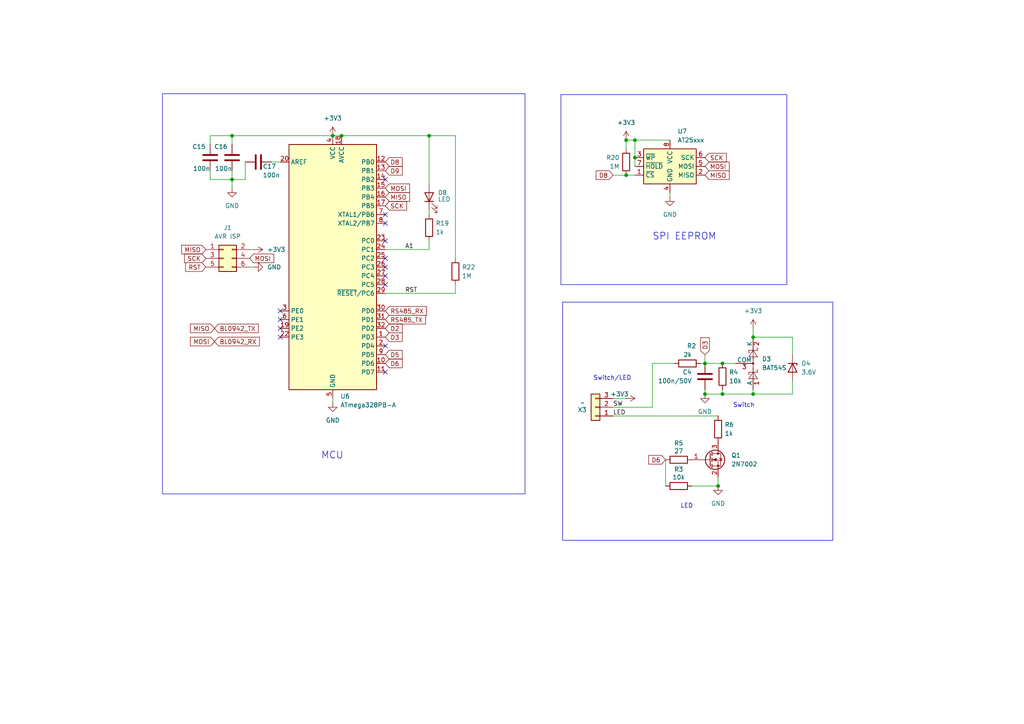
<source format=kicad_sch>
(kicad_sch (version 20231120) (generator "eeschema") (generator_version "8.0")
  (paper "A4")
  (lib_symbols
    (symbol "+3V3_1" (power) (pin_numbers hide) (pin_names (offset 0) hide)
      (property "Value" "+3V3" (at 0 3.556 0))
      (symbol "+3V3_1_0_1"
        (polyline (pts (xy -0.762 1.27) (xy 0 2.54)))
        (polyline (pts (xy 0 0) (xy 0 2.54)))
        (polyline (pts (xy 0 2.54) (xy 0.762 1.27)))
      )
      (symbol "+3V3_1_1_1"
        (pin power_in line (at 0 0 90) (length 0) (name "~") (number "1"))
      )
    )
    (symbol "Connector_Generic:Conn_01x03" (pin_names (offset 1.016) hide)
      (property "Reference" "J" (at 0 5.08 0))
      (property "Value" "Conn_01x03" (at 0 -5.08 0))
      (symbol "Conn_01x03_1_1"
        (rectangle (start -1.27 -2.413) (end 0 -2.667) (stroke (width 0.1524)))
        (rectangle (start -1.27 0.127) (end 0 -0.127) (stroke (width 0.1524)))
        (rectangle (start -1.27 2.667) (end 0 2.413) (stroke (width 0.1524)))
        (rectangle (start -1.27 3.81) (end 1.27 -3.81) (stroke (width 0.254)) (fill (type background)))
        (pin passive line (at -5.08 2.54 0) (length 3.81) (name "Pin_1") (number "1"))
        (pin passive line (at -5.08 0 0) (length 3.81) (name "Pin_2") (number "2"))
        (pin passive line (at -5.08 -2.54 0) (length 3.81) (name "Pin_3") (number "3"))
      )
    )
    (symbol "Connector_Generic:Conn_02x03_Odd_Even" (pin_names (offset 1.016) hide)
      (property "Reference" "J" (at 1.27 5.08 0))
      (property "Value" "Conn_02x03_Odd_Even" (at 1.27 -5.08 0))
      (symbol "Conn_02x03_Odd_Even_1_1"
        (rectangle (start -1.27 -2.413) (end 0 -2.667) (stroke (width 0.1524)))
        (rectangle (start -1.27 0.127) (end 0 -0.127) (stroke (width 0.1524)))
        (rectangle (start -1.27 2.667) (end 0 2.413) (stroke (width 0.1524)))
        (rectangle (start -1.27 3.81) (end 3.81 -3.81) (stroke (width 0.254)) (fill (type background)))
        (rectangle (start 3.81 -2.413) (end 2.54 -2.667) (stroke (width 0.1524)))
        (rectangle (start 3.81 0.127) (end 2.54 -0.127) (stroke (width 0.1524)))
        (rectangle (start 3.81 2.667) (end 2.54 2.413) (stroke (width 0.1524)))
        (pin passive line (at -5.08 2.54 0) (length 3.81) (name "Pin_1") (number "1"))
        (pin passive line (at 7.62 2.54 180) (length 3.81) (name "Pin_2") (number "2"))
        (pin passive line (at -5.08 0 0) (length 3.81) (name "Pin_3") (number "3"))
        (pin passive line (at 7.62 0 180) (length 3.81) (name "Pin_4") (number "4"))
        (pin passive line (at -5.08 -2.54 0) (length 3.81) (name "Pin_5") (number "5"))
        (pin passive line (at 7.62 -2.54 180) (length 3.81) (name "Pin_6") (number "6"))
      )
    )
    (symbol "Device:C" (pin_numbers hide) (pin_names (offset 0.254))
      (property "Reference" "C" (at 0.635 2.54 0))
      (property "Value" "C" (at 0.635 -2.54 0))
      (symbol "C_0_1"
        (polyline (pts (xy -2.032 -0.762) (xy 2.032 -0.762)) (stroke (width 0.508)))
        (polyline (pts (xy -2.032 0.762) (xy 2.032 0.762)) (stroke (width 0.508)))
      )
      (symbol "C_1_1"
        (pin passive line (at 0 3.81 270) (length 2.794) (name "~") (number "1"))
        (pin passive line (at 0 -3.81 90) (length 2.794) (name "~") (number "2"))
      )
    )
    (symbol "Device:D_Zener" (pin_numbers hide) (pin_names (offset 1.016) hide)
      (property "Reference" "D" (at 0 2.54 0))
      (property "Value" "D_Zener" (at 0 -2.54 0))
      (symbol "D_Zener_0_1"
        (polyline (pts (xy 1.27 0) (xy -1.27 0)))
        (polyline (pts (xy -1.27 -1.27) (xy -1.27 1.27) (xy -0.762 1.27)) (stroke (width 0.254)))
        (polyline (pts (xy 1.27 -1.27) (xy 1.27 1.27) (xy -1.27 0) (xy 1.27 -1.27)) (stroke (width 0.254)))
      )
      (symbol "D_Zener_1_1"
        (pin passive line (at -3.81 0 0) (length 2.54) (name "K") (number "1"))
        (pin passive line (at 3.81 0 180) (length 2.54) (name "A") (number "2"))
      )
    )
    (symbol "Device:LED" (pin_numbers hide) (pin_names (offset 1.016) hide)
      (property "Reference" "D" (at 0 2.54 0))
      (property "Value" "LED" (at 0 -2.54 0))
      (symbol "LED_0_1"
        (polyline (pts (xy -1.27 -1.27) (xy -1.27 1.27)) (stroke (width 0.254)))
        (polyline (pts (xy -1.27 0) (xy 1.27 0)))
        (polyline (pts (xy 1.27 -1.27) (xy 1.27 1.27) (xy -1.27 0) (xy 1.27 -1.27)) (stroke (width 0.254)))
        (polyline (pts (xy -3.048 -0.762) (xy -4.572 -2.286) (xy -3.81 -2.286) (xy -4.572 -2.286) (xy -4.572 -1.524)))
        (polyline (pts (xy -1.778 -0.762) (xy -3.302 -2.286) (xy -2.54 -2.286) (xy -3.302 -2.286) (xy -3.302 -1.524)))
      )
      (symbol "LED_1_1"
        (pin passive line (at -3.81 0 0) (length 2.54) (name "K") (number "1"))
        (pin passive line (at 3.81 0 180) (length 2.54) (name "A") (number "2"))
      )
    )
    (symbol "Device:R" (pin_numbers hide) (pin_names (offset 0))
      (property "Reference" "R" (at 2.032 0 90))
      (property "Value" "R" (at 0 0 90))
      (symbol "R_0_1"
        (rectangle (start -1.016 -2.54) (end 1.016 2.54) (stroke (width 0.254)))
      )
      (symbol "R_1_1"
        (pin passive line (at 0 3.81 270) (length 1.27) (name "~") (number "1"))
        (pin passive line (at 0 -3.81 90) (length 1.27) (name "~") (number "2"))
      )
    )
    (symbol "Diode:BAT54S" (pin_names (offset 0))
      (property "Reference" "D" (at 2.54 -5.08 0))
      (property "Value" "BAT54S" (at -6.35 3.175 0))
      (symbol "BAT54S_0_1"
        (polyline (pts (xy -3.81 0) (xy -1.27 0)))
        (polyline (pts (xy -3.175 -1.27) (xy -3.175 -1.016)))
        (polyline (pts (xy -2.54 -1.27) (xy -3.175 -1.27)))
        (polyline (pts (xy -2.54 -1.27) (xy -2.54 1.27)))
        (polyline (pts (xy -2.54 1.27) (xy -1.905 1.27)))
        (polyline (pts (xy -1.905 0) (xy 1.905 0)))
        (polyline (pts (xy -1.905 1.27) (xy -1.905 1.016)))
        (polyline (pts (xy 1.27 0) (xy 3.81 0)))
        (polyline (pts (xy 3.175 -1.27) (xy 3.175 -1.016)))
        (polyline (pts (xy 3.81 -1.27) (xy 3.175 -1.27)))
        (polyline (pts (xy 3.81 -1.27) (xy 3.81 1.27)))
        (polyline (pts (xy 3.81 1.27) (xy 4.445 1.27)))
        (polyline (pts (xy 4.445 1.27) (xy 4.445 1.016)))
        (polyline (pts (xy -4.445 1.27) (xy -4.445 -1.27) (xy -2.54 0) (xy -4.445 1.27)))
        (polyline (pts (xy 1.905 1.27) (xy 1.905 -1.27) (xy 3.81 0) (xy 1.905 1.27)))
        (circle (center 0 0) (radius 0.254) (fill (type outline)))
      )
      (symbol "BAT54S_1_1"
        (pin passive line (at -7.62 0 0) (length 3.81) (name "A") (number "1"))
        (pin passive line (at 7.62 0 180) (length 3.81) (name "K") (number "2"))
        (pin passive line (at 0 -5.08 90) (length 5.08) (name "COM") (number "3"))
      )
    )
    (symbol "GND_1" (power) (pin_numbers hide) (pin_names (offset 0) hide)
      (property "Value" "GND" (at 0 -3.81 0))
      (symbol "GND_1_0_1"
        (polyline (pts (xy 0 0) (xy 0 -1.27) (xy 1.27 -1.27) (xy 0 -2.54) (xy -1.27 -1.27) (xy 0 -1.27)))
      )
      (symbol "GND_1_1_1"
        (pin power_in line (at 0 0 270) (length 0) (name "~") (number "1"))
      )
    )
    (symbol "MCU_Microchip_ATmega:ATmega328PB-A"
      (property "Reference" "U" (at -12.7 36.83 0))
      (property "Value" "ATmega328PB-A" (at 2.54 -36.83 0))
      (symbol "ATmega328PB-A_0_1"
        (rectangle (start -12.7 -35.56) (end 12.7 35.56) (stroke (width 0.254)) (fill (type background)))
      )
      (symbol "ATmega328PB-A_1_1"
        (pin bidirectional line (at 15.24 -20.32 180) (length 2.54) (name "PD3") (number "1"))
        (pin bidirectional line (at 15.24 -27.94 180) (length 2.54) (name "PD6") (number "10"))
        (pin bidirectional line (at 15.24 -30.48 180) (length 2.54) (name "PD7") (number "11"))
        (pin bidirectional line (at 15.24 30.48 180) (length 2.54) (name "PB0") (number "12"))
        (pin bidirectional line (at 15.24 27.94 180) (length 2.54) (name "PB1") (number "13"))
        (pin bidirectional line (at 15.24 25.4 180) (length 2.54) (name "PB2") (number "14"))
        (pin bidirectional line (at 15.24 22.86 180) (length 2.54) (name "PB3") (number "15"))
        (pin bidirectional line (at 15.24 20.32 180) (length 2.54) (name "PB4") (number "16"))
        (pin bidirectional line (at 15.24 17.78 180) (length 2.54) (name "PB5") (number "17"))
        (pin power_in line (at 2.54 38.1 270) (length 2.54) (name "AVCC") (number "18"))
        (pin bidirectional line (at -15.24 -17.78 0) (length 2.54) (name "PE2") (number "19"))
        (pin bidirectional line (at 15.24 -22.86 180) (length 2.54) (name "PD4") (number "2"))
        (pin passive line (at -15.24 30.48 0) (length 2.54) (name "AREF") (number "20"))
        (pin passive line (at 0 -38.1 90) (length 2.54) hide (name "GND") (number "21"))
        (pin bidirectional line (at -15.24 -20.32 0) (length 2.54) (name "PE3") (number "22"))
        (pin bidirectional line (at 15.24 7.62 180) (length 2.54) (name "PC0") (number "23"))
        (pin bidirectional line (at 15.24 5.08 180) (length 2.54) (name "PC1") (number "24"))
        (pin bidirectional line (at 15.24 2.54 180) (length 2.54) (name "PC2") (number "25"))
        (pin bidirectional line (at 15.24 0 180) (length 2.54) (name "PC3") (number "26"))
        (pin bidirectional line (at 15.24 -2.54 180) (length 2.54) (name "PC4") (number "27"))
        (pin bidirectional line (at 15.24 -5.08 180) (length 2.54) (name "PC5") (number "28"))
        (pin bidirectional line (at 15.24 -7.62 180) (length 2.54) (name "~{RESET}/PC6") (number "29"))
        (pin bidirectional line (at -15.24 -12.7 0) (length 2.54) (name "PE0") (number "3"))
        (pin bidirectional line (at 15.24 -12.7 180) (length 2.54) (name "PD0") (number "30"))
        (pin bidirectional line (at 15.24 -15.24 180) (length 2.54) (name "PD1") (number "31"))
        (pin bidirectional line (at 15.24 -17.78 180) (length 2.54) (name "PD2") (number "32"))
        (pin power_in line (at 0 38.1 270) (length 2.54) (name "VCC") (number "4"))
        (pin power_in line (at 0 -38.1 90) (length 2.54) (name "GND") (number "5"))
        (pin bidirectional line (at -15.24 -15.24 0) (length 2.54) (name "PE1") (number "6"))
        (pin bidirectional line (at 15.24 15.24 180) (length 2.54) (name "XTAL1/PB6") (number "7"))
        (pin bidirectional line (at 15.24 12.7 180) (length 2.54) (name "XTAL2/PB7") (number "8"))
        (pin bidirectional line (at 15.24 -25.4 180) (length 2.54) (name "PD5") (number "9"))
      )
    )
    (symbol "Memory_EEPROM:AT25xxx"
      (property "Reference" "U" (at -7.62 6.35 0))
      (property "Value" "AT25xxx" (at 2.54 -6.35 0))
      (symbol "AT25xxx_1_1"
        (rectangle (start -7.62 5.08) (end 7.62 -5.08) (stroke (width 0.254)) (fill (type background)))
        (pin input line (at -10.16 -2.54 0) (length 2.54) (name "~{CS}") (number "1"))
        (pin tri_state line (at 10.16 -2.54 180) (length 2.54) (name "MISO") (number "2"))
        (pin input line (at -10.16 2.54 0) (length 2.54) (name "~{WP}") (number "3"))
        (pin power_in line (at 0 -7.62 90) (length 2.54) (name "GND") (number "4"))
        (pin input line (at 10.16 0 180) (length 2.54) (name "MOSI") (number "5"))
        (pin input line (at 10.16 2.54 180) (length 2.54) (name "SCK") (number "6"))
        (pin input line (at -10.16 0 0) (length 2.54) (name "~{HOLD}") (number "7"))
        (pin power_in line (at 0 7.62 270) (length 2.54) (name "VCC") (number "8"))
      )
    )
    (symbol "Transistor_FET:2N7002" (pin_names hide)
      (property "Reference" "Q" (at 5.08 1.905 0))
      (property "Value" "2N7002" (at 5.08 0 0))
      (symbol "2N7002_0_1"
        (polyline (pts (xy 0.254 0) (xy -2.54 0)))
        (polyline (pts (xy 0.254 1.905) (xy 0.254 -1.905)) (stroke (width 0.254)))
        (polyline (pts (xy 0.762 -1.27) (xy 0.762 -2.286)) (stroke (width 0.254)))
        (polyline (pts (xy 0.762 0.508) (xy 0.762 -0.508)) (stroke (width 0.254)))
        (polyline (pts (xy 0.762 2.286) (xy 0.762 1.27)) (stroke (width 0.254)))
        (polyline (pts (xy 2.54 2.54) (xy 2.54 1.778)))
        (polyline (pts (xy 2.54 -2.54) (xy 2.54 0) (xy 0.762 0)))
        (polyline (pts (xy 0.762 -1.778) (xy 3.302 -1.778) (xy 3.302 1.778) (xy 0.762 1.778)))
        (polyline (pts (xy 1.016 0) (xy 2.032 0.381) (xy 2.032 -0.381) (xy 1.016 0)) (fill (type outline)))
        (polyline (pts (xy 2.794 0.508) (xy 2.921 0.381) (xy 3.683 0.381) (xy 3.81 0.254)))
        (polyline (pts (xy 3.302 0.381) (xy 2.921 -0.254) (xy 3.683 -0.254) (xy 3.302 0.381)))
        (circle (center 1.651 0) (radius 2.794) (stroke (width 0.254)))
        (circle (center 2.54 -1.778) (radius 0.254) (fill (type outline)))
        (circle (center 2.54 1.778) (radius 0.254) (fill (type outline)))
      )
      (symbol "2N7002_1_1"
        (pin input line (at -5.08 0 0) (length 2.54) (name "G") (number "1"))
        (pin passive line (at 2.54 -5.08 90) (length 2.54) (name "S") (number "2"))
        (pin passive line (at 2.54 5.08 270) (length 2.54) (name "D") (number "3"))
      )
    )
  )
  (junction (at 99.06 39.37))
  (junction (at 204.47 105.41))
  (junction (at 181.61 50.8))
  (junction (at 124.46 39.37))
  (junction (at 209.55 105.41))
  (junction (at 208.28 140.97))
  (junction (at 218.44 114.3))
  (junction (at 67.31 52.07))
  (junction (at 67.31 39.37))
  (junction (at 218.44 97.79))
  (junction (at 204.47 114.3))
  (junction (at 181.61 40.64))
  (junction (at 184.15 40.64))
  (junction (at 96.52 39.37))
  (junction (at 184.15 45.72))
  (junction (at 209.55 114.3))
  (no_connect (at 111.76 77.47))
  (no_connect (at 111.76 82.55))
  (no_connect (at 111.76 62.23))
  (no_connect (at 81.28 90.17))
  (no_connect (at 111.76 80.01))
  (no_connect (at 81.28 95.25))
  (no_connect (at 111.76 64.77))
  (no_connect (at 111.76 74.93))
  (no_connect (at 81.28 97.79))
  (no_connect (at 111.76 107.95))
  (no_connect (at 111.76 69.85))
  (no_connect (at 111.76 52.07))
  (no_connect (at 111.76 100.33))
  (no_connect (at 81.28 92.71))
  (wire (pts (xy 124.46 60.96) (xy 124.46 62.23)) (stroke (width 0.1524)))
  (wire (pts (xy 60.96 39.37) (xy 60.96 41.91)) (stroke (width 0.1524)))
  (wire (pts (xy 189.23 105.41) (xy 189.23 118.11)))
  (wire (pts (xy 229.87 97.79) (xy 229.87 102.87)))
  (wire (pts (xy 67.31 49.53) (xy 67.31 52.07)) (stroke (width 0.1524)))
  (wire (pts (xy 208.28 138.43) (xy 208.28 140.97)) (stroke (width 0.1524)))
  (wire (pts (xy 67.31 39.37) (xy 67.31 41.91)) (stroke (width 0.1524)))
  (wire (pts (xy 209.55 105.41) (xy 213.36 105.41)))
  (wire (pts (xy 189.23 105.41) (xy 195.58 105.41)))
  (wire (pts (xy 194.31 57.15) (xy 194.31 55.88)))
  (wire (pts (xy 204.47 105.41) (xy 209.55 105.41)))
  (wire (pts (xy 181.61 115.57) (xy 177.8 115.57)))
  (wire (pts (xy 132.08 39.37) (xy 132.08 74.93)) (stroke (width 0.1524)))
  (wire (pts (xy 67.31 52.07) (xy 67.31 54.61)) (stroke (width 0.1524)))
  (wire (pts (xy 60.96 49.53) (xy 60.96 52.07)) (stroke (width 0.1524)))
  (wire (pts (xy 193.04 133.35) (xy 193.04 140.97)))
  (wire (pts (xy 60.96 39.37) (xy 67.31 39.37)) (stroke (width 0.1524)))
  (wire (pts (xy 181.61 40.64) (xy 181.61 43.18)))
  (wire (pts (xy 184.15 45.72) (xy 184.15 48.26)))
  (wire (pts (xy 218.44 114.3) (xy 229.87 114.3)))
  (wire (pts (xy 99.06 39.37) (xy 124.46 39.37)))
  (wire (pts (xy 124.46 39.37) (xy 124.46 53.34)) (stroke (width 0.1524)))
  (wire (pts (xy 96.52 116.84) (xy 96.52 115.57)))
  (wire (pts (xy 78.74 46.99) (xy 81.28 46.99)))
  (wire (pts (xy 189.23 118.11) (xy 177.8 118.11)))
  (wire (pts (xy 111.76 85.09) (xy 132.08 85.09)) (stroke (width 0.1524)))
  (wire (pts (xy 218.44 97.79) (xy 229.87 97.79)))
  (wire (pts (xy 60.96 52.07) (xy 67.31 52.07)) (stroke (width 0.1524)))
  (wire (pts (xy 67.31 39.37) (xy 96.52 39.37)) (stroke (width 0.1524)))
  (wire (pts (xy 204.47 113.03) (xy 204.47 114.3)))
  (wire (pts (xy 181.61 40.64) (xy 184.15 40.64)))
  (wire (pts (xy 96.52 39.37) (xy 99.06 39.37)))
  (wire (pts (xy 208.28 140.97) (xy 200.66 140.97)) (stroke (width 0.1524)))
  (wire (pts (xy 73.66 77.47) (xy 72.39 77.47)))
  (wire (pts (xy 132.08 82.55) (xy 132.08 85.09)))
  (wire (pts (xy 67.31 52.07) (xy 71.12 52.07)) (stroke (width 0.1524)))
  (wire (pts (xy 204.47 102.87) (xy 204.47 105.41)))
  (wire (pts (xy 204.47 114.3) (xy 209.55 114.3)))
  (wire (pts (xy 218.44 95.25) (xy 218.44 97.79)))
  (wire (pts (xy 73.66 72.39) (xy 72.39 72.39)))
  (wire (pts (xy 218.44 113.03) (xy 218.44 114.3)))
  (wire (pts (xy 96.52 39.37) (xy 99.06 39.37)) (stroke (width 0.1524)))
  (wire (pts (xy 194.31 40.64) (xy 184.15 40.64)))
  (wire (pts (xy 111.76 72.39) (xy 124.46 72.39)) (stroke (width 0.1524)))
  (wire (pts (xy 181.61 50.8) (xy 184.15 50.8)))
  (wire (pts (xy 184.15 40.64) (xy 184.15 45.72)))
  (wire (pts (xy 71.12 52.07) (xy 71.12 46.99)) (stroke (width 0.1524)))
  (wire (pts (xy 177.8 50.8) (xy 181.61 50.8)))
  (wire (pts (xy 177.8 120.65) (xy 208.28 120.65)))
  (wire (pts (xy 209.55 113.03) (xy 209.55 114.3)))
  (wire (pts (xy 124.46 69.85) (xy 124.46 72.39)) (stroke (width 0.1524)))
  (wire (pts (xy 209.55 114.3) (xy 218.44 114.3)))
  (wire (pts (xy 124.46 39.37) (xy 132.08 39.37)) (stroke (width 0.1524)))
  (wire (pts (xy 203.2 105.41) (xy 204.47 105.41)))
  (wire (pts (xy 229.87 114.3) (xy 229.87 110.49)))
  (rectangle (start 162.687 27.432) (end 228.219 82.55))
  (rectangle (start 163.195 87.63) (end 241.554 156.718))
  (rectangle (start 47.117 27.178) (end 152.273 143.256))
  (text "Switch" (at 212.598 118.364 0) (effects (font (size 1.27 1.27)) (justify left bottom)))
  (text "SPI EEPROM" (at 189.23 69.85 0) (effects (font (size 2 2)) (justify left bottom)))
  (text "LED" (at 197.358 147.574 0) (effects (font (size 1.27 1.27)) (justify left bottom)))
  (text "MCU" (at 93.091 133.35 0) (effects (font (size 2 2)) (justify left bottom)))
  (text "Switch/LED" (at 183.134 110.49 0) (effects (font (size 1.27 1.27)) (justify right bottom)))
  (label "RST" (at 117.475 85.09 0) (effects (font (size 1.2446 1.2446))))
  (label "LED" (at 177.8 120.65 0))
  (label "SW" (at 177.8 118.11 0))
  (label "A1" (at 117.475 72.39 0))
  (global_label "MOSI" (shape input) (at 62.23 99.06 180) (property "Intersheetrefs" "${INTERSHEET_REFS}" (effects (hide yes))))
  (global_label "D9" (shape input) (at 111.76 49.53 0) (property "Intersheetrefs" "${INTERSHEET_REFS}" (effects (hide yes))))
  (global_label "SCK" (shape input) (at 204.47 45.72 0) (property "Intersheetrefs" "${INTERSHEET_REFS}" (effects (hide yes))))
  (global_label "SCK" (shape input) (at 59.69 74.93 180) (property "Intersheetrefs" "${INTERSHEET_REFS}" (effects (hide yes))))
  (global_label "D3" (shape input) (at 111.76 97.79 0) (property "Intersheetrefs" "${INTERSHEET_REFS}" (effects (hide yes))))
  (global_label "BL0942_TX" (shape input) (at 62.23 95.25 0) (property "Intersheetrefs" "${INTERSHEET_REFS}" (effects (hide yes))))
  (global_label "RST" (shape input) (at 59.69 77.47 180) (property "Intersheetrefs" "${INTERSHEET_REFS}" (effects (hide yes))))
  (global_label "MISO" (shape input) (at 62.23 95.25 180) (property "Intersheetrefs" "${INTERSHEET_REFS}" (effects (hide yes))))
  (global_label "MOSI" (shape input) (at 111.76 54.61 0) (property "Intersheetrefs" "${INTERSHEET_REFS}" (effects (hide yes))))
  (global_label "RS485_TX" (shape input) (at 111.76 92.71 0) (property "Intersheetrefs" "${INTERSHEET_REFS}" (effects (hide yes))))
  (global_label "SCK" (shape input) (at 111.76 59.69 0) (property "Intersheetrefs" "${INTERSHEET_REFS}" (effects (hide yes))))
  (global_label "D5" (shape input) (at 111.76 102.87 0) (property "Intersheetrefs" "${INTERSHEET_REFS}" (effects (hide yes))))
  (global_label "MISO" (shape input) (at 59.69 72.39 180) (property "Intersheetrefs" "${INTERSHEET_REFS}" (effects (hide yes))))
  (global_label "D6" (shape input) (at 193.04 133.35 180) (property "Intersheetrefs" "${INTERSHEET_REFS}" (effects (hide yes))))
  (global_label "MISO" (shape input) (at 111.76 57.15 0) (property "Intersheetrefs" "${INTERSHEET_REFS}" (effects (hide yes))))
  (global_label "D6" (shape input) (at 111.76 105.41 0) (property "Intersheetrefs" "${INTERSHEET_REFS}" (effects (hide yes))))
  (global_label "D2" (shape input) (at 111.76 95.25 0) (property "Intersheetrefs" "${INTERSHEET_REFS}" (effects (hide yes))))
  (global_label "BL0942_RX" (shape input) (at 62.23 99.06 0) (property "Intersheetrefs" "${INTERSHEET_REFS}" (effects (hide yes))))
  (global_label "MISO" (shape input) (at 204.47 50.8 0) (property "Intersheetrefs" "${INTERSHEET_REFS}" (effects (hide yes))))
  (global_label "D8" (shape input) (at 177.8 50.8 180) (property "Intersheetrefs" "${INTERSHEET_REFS}" (effects (hide yes))))
  (global_label "D8" (shape input) (at 111.76 46.99 0) (property "Intersheetrefs" "${INTERSHEET_REFS}" (effects (hide yes))))
  (global_label "D3" (shape input) (at 204.47 102.87 90) (property "Intersheetrefs" "${INTERSHEET_REFS}" (effects (hide yes))))
  (global_label "MOSI" (shape input) (at 72.39 74.93 0) (property "Intersheetrefs" "${INTERSHEET_REFS}" (effects (hide yes))))
  (global_label "RS485_RX" (shape input) (at 111.76 90.17 0) (property "Intersheetrefs" "${INTERSHEET_REFS}" (effects (hide yes))))
  (global_label "MOSI" (shape input) (at 204.47 48.26 0) (property "Intersheetrefs" "${INTERSHEET_REFS}" (effects (hide yes))))
  (symbol (lib_id "Memory_EEPROM:AT25xxx") (at 194.31 48.26 0) (unit 1)
    (property "Reference" "U7" (at 196.5041 38.1 0) (effects (justify left)))
    (property "Value" "AT25xxx" (at 196.5041 40.64 0) (effects (justify left)))
    (property "Footprint" "Package_SO:SOIC-8_3.9x4.9mm_P1.27mm" (effects (hide yes)))
    (property "Datasheet" "http://ww1.microchip.com/downloads/en/DeviceDoc/Atmel-8707-SEEPROM-AT25010B-020B-040B-Datasheet.pdf" (effects (hide yes)))
  )
  (symbol (lib_name "GND_1") (lib_id "power:GND") (at 204.47 114.3 0) (unit 1)
    (property "Reference" "#PWR014" (effects (hide yes)))
    (property "Value" "GND" (at 204.47 119.38 0))
    (property "Description" "Power symbol creates a global label with name \"GND\" , ground" (effects (hide yes)))
  )
  (symbol (lib_id "Device:LED") (at 124.46 57.15 90) (unit 1)
    (property "Reference" "D8" (at 127 55.88 90) (effects (justify right)))
    (property "Value" "LED" (at 127 57.785 90) (effects (justify right)))
    (property "Footprint" "LED_SMD:LED_0805_2012Metric_Pad1.15x1.40mm_HandSolder" (effects (hide yes)))
  )
  (symbol (lib_name "GND_1") (lib_id "power:GND") (at 194.31 57.15 0) (unit 1)
    (property "Reference" "#PWR022" (effects (hide yes)))
    (property "Value" "GND" (at 194.31 62.23 0))
    (property "Description" "Power symbol creates a global label with name \"GND\" , ground" (effects (hide yes)))
  )
  (symbol (lib_id "Device:D_Zener") (at 229.87 106.68 270) (unit 1)
    (property "Reference" "D4" (at 232.41 105.41 90) (effects (justify left)))
    (property "Value" "3.6V" (at 232.41 107.95 90) (effects (justify left)))
    (property "Footprint" "Diode_SMD:D_MiniMELF" (effects (hide yes)))
  )
  (symbol (lib_id "Device:R") (at 196.85 133.35 90) (unit 1)
    (property "Reference" "R5" (at 196.85 128.524 90))
    (property "Value" "27" (at 196.85 130.81 90))
    (property "Footprint" "Resistor_SMD:R_0603_1608Metric" (effects (hide yes)))
  )
  (symbol (lib_id "Device:R") (at 209.55 109.22 0) (unit 1)
    (property "Reference" "R4" (at 211.455 107.95 0) (effects (justify left)))
    (property "Value" "10k" (at 211.455 110.49 0) (effects (justify left)))
    (property "Footprint" "Resistor_SMD:R_0603_1608Metric" (effects (hide yes)))
  )
  (symbol (lib_id "Device:C") (at 67.31 45.72 0) (mirror y) (unit 1)
    (property "Reference" "C16" (at 66.04 42.545 0) (effects (justify left)))
    (property "Value" "100n" (at 67.31 48.895 0) (effects (justify left)))
    (property "Footprint" "Capacitor_SMD:C_0402_1005Metric" (effects (hide yes)))
  )
  (symbol (lib_name "GND_1") (lib_id "power:GND") (at 208.28 140.97 0) (unit 1)
    (property "Reference" "#PWR026" (effects (hide yes)))
    (property "Value" "GND" (at 208.28 146.05 0))
    (property "Description" "Power symbol creates a global label with name \"GND\" , ground" (effects (hide yes)))
  )
  (symbol (lib_id "Diode:BAT54S") (at 218.44 105.41 270) (mirror x) (unit 1)
    (property "Reference" "D3" (at 220.98 104.14 90) (effects (justify left)))
    (property "Value" "BAT54S" (at 220.98 106.68 90) (effects (justify left)))
    (property "Footprint" "Package_TO_SOT_SMD:SOT-23" (effects (hide yes)))
    (property "Datasheet" "https://www.diodes.com/assets/Datasheets/ds11005.pdf" (effects (hide yes)))
  )
  (symbol (lib_name "GND_1") (lib_id "power:GND") (at 67.31 54.61 0) (unit 1)
    (property "Reference" "#PWR02" (effects (hide yes)))
    (property "Value" "GND" (at 67.31 59.69 0))
    (property "Description" "Power symbol creates a global label with name \"GND\" , ground" (effects (hide yes)))
  )
  (symbol (lib_id "Device:R") (at 199.39 105.41 90) (unit 1)
    (property "Reference" "R2" (at 201.93 100.33 90) (effects (justify left)))
    (property "Value" "2k" (at 200.66 102.87 90) (effects (justify left)))
    (property "Footprint" "Resistor_SMD:R_0603_1608Metric" (effects (hide yes)))
  )
  (symbol (lib_id "Device:R") (at 181.61 46.99 0) (mirror y) (unit 1)
    (property "Reference" "R20" (at 179.705 45.72 0) (effects (justify left)))
    (property "Value" "1M" (at 179.705 48.26 0) (effects (justify left)))
    (property "Footprint" "Resistor_SMD:R_0603_1608Metric" (effects (hide yes)))
  )
  (symbol (lib_id "Device:R") (at 208.28 124.46 0) (unit 1)
    (property "Reference" "R6" (at 210.185 123.19 0) (effects (justify left)))
    (property "Value" "1k" (at 210.185 125.73 0) (effects (justify left)))
    (property "Footprint" "Resistor_SMD:R_0603_1608Metric" (effects (hide yes)))
  )
  (symbol (lib_name "+3V3_1") (lib_id "power:+3V3") (at 96.52 39.37 0) (unit 1)
    (property "Reference" "#PWR036" (effects (hide yes)))
    (property "Value" "+3V3" (at 96.52 34.29 0))
    (property "Description" "Power symbol creates a global label with name \"+3V3\"" (effects (hide yes)))
  )
  (symbol (lib_name "+3V3_1") (lib_id "power:+3V3") (at 218.44 95.25 0) (unit 1)
    (property "Reference" "#PWR016" (effects (hide yes)))
    (property "Value" "+3V3" (at 218.44 90.17 0))
    (property "Description" "Power symbol creates a global label with name \"+3V3\"" (effects (hide yes)))
  )
  (symbol (lib_id "Transistor_FET:2N7002") (at 205.74 133.35 0) (unit 1)
    (property "Reference" "Q1" (at 212.09 132.08 0) (effects (justify left)))
    (property "Value" "2N7002" (at 212.09 134.62 0) (effects (justify left)))
    (property "Footprint" "Package_TO_SOT_SMD:SOT-23" (effects (hide yes)))
    (property "Datasheet" "https://www.onsemi.com/pub/Collateral/NDS7002A-D.PDF" (effects (hide yes)))
  )
  (symbol (lib_name "GND_1") (lib_id "power:GND") (at 96.52 116.84 0) (unit 1)
    (property "Reference" "#PWR030" (effects (hide yes)))
    (property "Value" "GND" (at 96.52 121.92 0))
    (property "Description" "Power symbol creates a global label with name \"GND\" , ground" (effects (hide yes)))
  )
  (symbol (lib_id "Device:R") (at 132.08 78.74 0) (unit 1)
    (property "Reference" "R22" (at 133.985 77.47 0) (effects (justify left)))
    (property "Value" "1M" (at 133.985 80.01 0) (effects (justify left)))
    (property "Footprint" "Resistor_SMD:R_0603_1608Metric" (effects (hide yes)))
  )
  (symbol (lib_name "+3V3_1") (lib_id "power:+3V3") (at 181.61 115.57 270) (unit 1)
    (property "Reference" "#PWR024" (effects (hide yes)))
    (property "Value" "+3V3" (at 177.038 114.3 90) (effects (justify left)))
    (property "Description" "Power symbol creates a global label with name \"+3V3\"" (effects (hide yes)))
  )
  (symbol (lib_id "Device:C") (at 74.93 46.99 270) (mirror x) (unit 1)
    (property "Reference" "C17" (at 76.2 48.26 90) (effects (justify left)))
    (property "Value" "100n" (at 76.2 50.8 90) (effects (justify left)))
    (property "Footprint" "Capacitor_SMD:C_0402_1005Metric" (effects (hide yes)))
  )
  (symbol (lib_id "Device:R") (at 124.46 66.04 0) (unit 1)
    (property "Reference" "R19" (at 126.365 64.77 0) (effects (justify left)))
    (property "Value" "1k" (at 126.365 67.31 0) (effects (justify left)))
    (property "Footprint" "Resistor_SMD:R_0603_1608Metric" (effects (hide yes)))
  )
  (symbol (lib_id "Device:C") (at 204.47 109.22 0) (mirror y) (unit 1)
    (property "Reference" "C4" (at 200.66 107.95 0) (effects (justify left)))
    (property "Value" "100n/50V" (at 200.66 110.49 0) (effects (justify left)))
    (property "Footprint" "Capacitor_SMD:C_0402_1005Metric" (effects (hide yes)))
  )
  (symbol (lib_id "Device:C") (at 60.96 45.72 0) (mirror y) (unit 1)
    (property "Reference" "C15" (at 59.69 42.545 0) (effects (justify left)))
    (property "Value" "100n" (at 60.96 48.895 0) (effects (justify left)))
    (property "Footprint" "Capacitor_SMD:C_0402_1005Metric" (effects (hide yes)))
  )
  (symbol (lib_name "+3V3_1") (lib_id "power:+3V3") (at 73.66 72.39 270) (unit 1)
    (property "Reference" "#PWR027" (effects (hide yes)))
    (property "Value" "+3V3" (at 77.47 72.3899 90) (effects (justify left)))
    (property "Description" "Power symbol creates a global label with name \"+3V3\"" (effects (hide yes)))
  )
  (symbol (lib_name "+3V3_1") (lib_id "power:+3V3") (at 181.61 40.64 0) (unit 1)
    (property "Reference" "#PWR06" (effects (hide yes)))
    (property "Value" "+3V3" (at 181.61 35.56 0))
    (property "Description" "Power symbol creates a global label with name \"+3V3\"" (effects (hide yes)))
  )
  (symbol (lib_id "Device:R") (at 196.85 140.97 90) (unit 1)
    (property "Reference" "R3" (at 196.85 136.144 90))
    (property "Value" "10k" (at 196.85 138.43 90))
    (property "Footprint" "Resistor_SMD:R_0603_1608Metric" (effects (hide yes)))
  )
  (symbol (lib_id "MCU_Microchip_ATmega:ATmega328PB-A") (at 96.52 77.47 0) (unit 1)
    (property "Reference" "U6" (at 98.7141 114.935 0) (effects (justify left)))
    (property "Value" "ATmega328PB-A" (at 98.7141 117.475 0) (effects (justify left)))
    (property "Footprint" "Package_QFP:TQFP-32_7x7mm_P0.8mm" (effects (hide yes)))
    (property "Datasheet" "http://ww1.microchip.com/downloads/en/DeviceDoc/40001906C.pdf" (effects (hide yes)))
  )
  (symbol (lib_name "GND_1") (lib_id "power:GND") (at 73.66 77.47 90) (unit 1)
    (property "Reference" "#PWR09" (effects (hide yes)))
    (property "Value" "GND" (at 77.47 77.4699 90) (effects (justify right)))
    (property "Description" "Power symbol creates a global label with name \"GND\" , ground" (effects (hide yes)))
  )
  (symbol (lib_id "Connector_Generic:Conn_01x03") (at 172.72 118.11 180) (unit 1)
    (property "Reference" "X3" (at 170.18 118.872 0) (effects (justify left)))
    (property "Value" "~" (at 169.545 116.84 0) (effects (justify left)))
    (property "Footprint" "MySXRelay:JST-XH_S_3P-2.54MM" (effects (hide yes)))
  )
  (symbol (lib_id "Connector_Generic:Conn_02x03_Odd_Even") (at 64.77 74.93 0) (unit 1)
    (property "Reference" "J1" (at 66.04 66.04 0))
    (property "Value" "AVR ISP" (at 66.04 68.58 0))
    (property "Footprint" "Connector_PinHeader_2.54mm:PinHeader_2x03_P2.54mm_Vertical" (effects (hide yes)))
    (property "Description" "Generic connector, double row, 02x03, odd/even pin numbering scheme (row 1 odd numbers, row 2 even numbers), script generated (kicad-library-utils/schlib/autogen/connector/)" (effects (hide yes)))
  )
)
</source>
